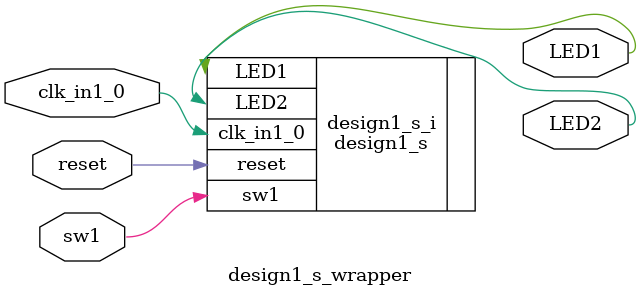
<source format=v>
module design1_s_wrapper
   (LED1,
    LED2,
    clk_in1_0,
    reset,
    sw1);
  output LED1;
  output LED2;
  input clk_in1_0;
  input reset;
  input sw1;

  wire LED1;
  wire LED2;
  wire clk_in1_0;
  wire reset;
  wire sw1;

  design1_s design1_s_i
       (.LED1(LED1),
        .LED2(LED2),
        .clk_in1_0(clk_in1_0),
        .reset(reset),
        .sw1(sw1));
endmodule

</source>
